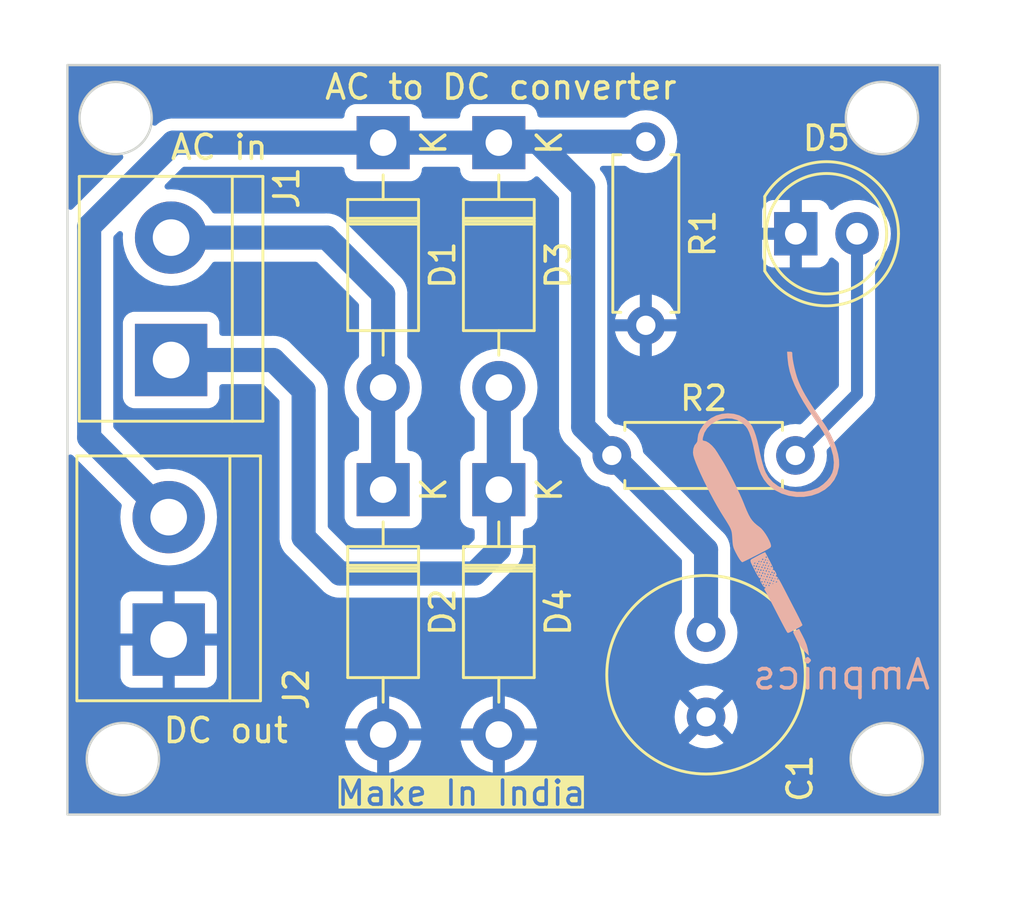
<source format=kicad_pcb>
(kicad_pcb (version 20221018) (generator pcbnew)
  (layers (0 "F.Cu" signal) (31 "B.Cu" signal) (34 "B.Paste" user) (35 "F.Paste" user) (36 "B.SilkS" user "B.Silkscreen") (37 "F.SilkS" user "F.Silkscreen") (38 "B.Mask" user) (39 "F.Mask" user) (44 "Edge.Cuts" user))
  (net 0 "")
  (net 1 "/+VE")
  (net 2 "GND")
  (net 3 "Net-(D1-A)")
  (net 4 "Net-(D3-A)")
  (net 5 "Net-(D5-A)")
  (footprint "TerminalBlock:TerminalBlock_bornier-2_P5.08mm" (layer "F.Cu") (at 132.4 87.64 90)
    (fp_text reference "J1" (at 7.14 4.8 90) (layer "F.SilkS"))
    (fp_text value "Screw_Terminal_01x02")
    (fp_line (start -2.54 -3.81) (end -2.54 3.81) (stroke (width 0.12)) (layer "F.SilkS"))
    (fp_line (start -2.54 3.81) (end 7.62 3.81) (stroke (width 0.12)) (layer "F.SilkS"))
    (fp_line (start 7.62 -3.81) (end -2.54 -3.81) (stroke (width 0.12)) (layer "F.SilkS"))
    (fp_line (start 7.62 2.54) (end -2.54 2.54) (stroke (width 0.12)) (layer "F.SilkS"))
    (fp_line (start 7.62 3.81) (end 7.62 -3.81) (stroke (width 0.12)) (layer "F.SilkS"))
    (pad "1" thru_hole rect (at 0 0 90) (size 3 3) (drill 1.52) (layers "*.Cu" "*.Mask") (net 4 "Net-(D3-A)"))
    (pad "2" thru_hole circle (at 5.08 0 90) (size 3 3) (drill 1.52) (layers "*.Cu" "*.Mask") (net 3 "Net-(D1-A)"))
  )
  (footprint "Resistor_THT:R_Axial_DIN0207_L6.3mm_D2.5mm_P7.62mm_Horizontal" (layer "F.Cu") (at 152.1 78.58 -90)
    (fp_text reference "R1" (at 3.81 -2.37 90) (layer "F.SilkS"))
    (fp_text value "10K")
    (fp_line (start 0.54 -1.37) (end 7.08 -1.37) (stroke (width 0.12)) (layer "F.SilkS"))
    (fp_line (start 0.54 -1.04) (end 0.54 -1.37) (stroke (width 0.12)) (layer "F.SilkS"))
    (fp_line (start 0.54 1.04) (end 0.54 1.37) (stroke (width 0.12)) (layer "F.SilkS"))
    (fp_line (start 0.54 1.37) (end 7.08 1.37) (stroke (width 0.12)) (layer "F.SilkS"))
    (fp_line (start 7.08 -1.37) (end 7.08 -1.04) (stroke (width 0.12)) (layer "F.SilkS"))
    (fp_line (start 7.08 1.37) (end 7.08 1.04) (stroke (width 0.12)) (layer "F.SilkS"))
    (pad "1" thru_hole circle (at 0 0 270) (size 1.6 1.6) (drill 0.8) (layers "*.Cu" "*.Mask") (net 1 "/+VE"))
    (pad "2" thru_hole oval (at 7.62 0 270) (size 1.6 1.6) (drill 0.8) (layers "*.Cu" "*.Mask") (net 2 "GND"))
  )
  (footprint "Resistor_THT:R_Axial_DIN0207_L6.3mm_D2.5mm_P7.62mm_Horizontal" (layer "F.Cu") (at 150.69 91.6)
    (fp_text reference "R2" (at 3.81 -2.37) (layer "F.SilkS"))
    (fp_text value "2.2K")
    (fp_line (start 0.54 -1.37) (end 7.08 -1.37) (stroke (width 0.12)) (layer "F.SilkS"))
    (fp_line (start 0.54 -1.04) (end 0.54 -1.37) (stroke (width 0.12)) (layer "F.SilkS"))
    (fp_line (start 0.54 1.04) (end 0.54 1.37) (stroke (width 0.12)) (layer "F.SilkS"))
    (fp_line (start 0.54 1.37) (end 7.08 1.37) (stroke (width 0.12)) (layer "F.SilkS"))
    (fp_line (start 7.08 -1.37) (end 7.08 -1.04) (stroke (width 0.12)) (layer "F.SilkS"))
    (fp_line (start 7.08 1.37) (end 7.08 1.04) (stroke (width 0.12)) (layer "F.SilkS"))
    (pad "1" thru_hole circle (at 0 0) (size 1.6 1.6) (drill 0.8) (layers "*.Cu" "*.Mask") (net 1 "/+VE"))
    (pad "2" thru_hole oval (at 7.62 0) (size 1.6 1.6) (drill 0.8) (layers "*.Cu" "*.Mask") (net 5 "Net-(D5-A)"))
  )
  (footprint "LED_THT:LED_D5.0mm" (layer "F.Cu") (at 158.325 82.4)
    (fp_text reference "D5" (at 1.27 -3.96) (layer "F.SilkS"))
    (fp_text value "LED")
    (fp_line (start -1.29 -1.545) (end -1.29 1.545) (stroke (width 0.12)) (layer "F.SilkS"))
    (fp_arc (start -1.29 -1.54483) (mid 2.072002 -2.880433) (end 4.26 0.000462) (stroke (width 0.12)) (layer "F.SilkS"))
    (fp_arc (start 4.26 -0.000462) (mid 2.072002 2.880433) (end -1.29 1.54483) (stroke (width 0.12)) (layer "F.SilkS"))
    (fp_circle (center 1.27 0) (end 3.77 0) (stroke (width 0.12)) (fill none) (layer "F.SilkS"))
    (pad "1" thru_hole rect (at 0 0) (size 1.8 1.8) (drill 0.9) (layers "*.Cu" "*.Mask") (net 2 "GND"))
    (pad "2" thru_hole circle (at 2.54 0) (size 1.8 1.8) (drill 0.9) (layers "*.Cu" "*.Mask") (net 5 "Net-(D5-A)"))
  )
  (footprint "Diode_THT:D_DO-41_SOD81_P10.16mm_Horizontal" (layer "F.Cu") (at 146 93.02 -90)
    (fp_text reference "D4" (at 5.08 -2.47 90) (layer "F.SilkS"))
    (fp_text value "1N4007")
    (fp_text user "K" (at 0 -2.1 90) (layer "F.SilkS"))
    (fp_line (start 1.34 0) (end 2.36 0) (stroke (width 0.12)) (layer "F.SilkS"))
    (fp_line (start 2.36 -1.47) (end 2.36 1.47) (stroke (width 0.12)) (layer "F.SilkS"))
    (fp_line (start 2.36 1.47) (end 7.8 1.47) (stroke (width 0.12)) (layer "F.SilkS"))
    (fp_line (start 3.14 -1.47) (end 3.14 1.47) (stroke (width 0.12)) (layer "F.SilkS"))
    (fp_line (start 3.26 -1.47) (end 3.26 1.47) (stroke (width 0.12)) (layer "F.SilkS"))
    (fp_line (start 3.38 -1.47) (end 3.38 1.47) (stroke (width 0.12)) (layer "F.SilkS"))
    (fp_line (start 7.8 -1.47) (end 2.36 -1.47) (stroke (width 0.12)) (layer "F.SilkS"))
    (fp_line (start 7.8 1.47) (end 7.8 -1.47) (stroke (width 0.12)) (layer "F.SilkS"))
    (fp_line (start 8.82 0) (end 7.8 0) (stroke (width 0.12)) (layer "F.SilkS"))
    (pad "1" thru_hole rect (at 0 0 270) (size 2.2 2.2) (drill 1.1) (layers "*.Cu" "*.Mask") (net 4 "Net-(D3-A)"))
    (pad "2" thru_hole oval (at 10.16 0 270) (size 2.2 2.2) (drill 1.1) (layers "*.Cu" "*.Mask") (net 2 "GND"))
  )
  (footprint "Diode_THT:D_DO-41_SOD81_P10.16mm_Horizontal" (layer "F.Cu") (at 146 78.62 -90)
    (fp_text reference "D3" (at 5.08 -2.47 90) (layer "F.SilkS"))
    (fp_text value "1N4007")
    (fp_text user "K" (at 0 -2.1 90) (layer "F.SilkS"))
    (fp_line (start 1.34 0) (end 2.36 0) (stroke (width 0.12)) (layer "F.SilkS"))
    (fp_line (start 2.36 -1.47) (end 2.36 1.47) (stroke (width 0.12)) (layer "F.SilkS"))
    (fp_line (start 2.36 1.47) (end 7.8 1.47) (stroke (width 0.12)) (layer "F.SilkS"))
    (fp_line (start 3.14 -1.47) (end 3.14 1.47) (stroke (width 0.12)) (layer "F.SilkS"))
    (fp_line (start 3.26 -1.47) (end 3.26 1.47) (stroke (width 0.12)) (layer "F.SilkS"))
    (fp_line (start 3.38 -1.47) (end 3.38 1.47) (stroke (width 0.12)) (layer "F.SilkS"))
    (fp_line (start 7.8 -1.47) (end 2.36 -1.47) (stroke (width 0.12)) (layer "F.SilkS"))
    (fp_line (start 7.8 1.47) (end 7.8 -1.47) (stroke (width 0.12)) (layer "F.SilkS"))
    (fp_line (start 8.82 0) (end 7.8 0) (stroke (width 0.12)) (layer "F.SilkS"))
    (pad "1" thru_hole rect (at 0 0 270) (size 2.2 2.2) (drill 1.1) (layers "*.Cu" "*.Mask") (net 1 "/+VE"))
    (pad "2" thru_hole oval (at 10.16 0 270) (size 2.2 2.2) (drill 1.1) (layers "*.Cu" "*.Mask") (net 4 "Net-(D3-A)"))
  )
  (footprint "Capacitor_THT:C_Radial_D8.0mm_H11.5mm_P3.50mm" (layer "F.Cu") (at 154.6 98.95 -90)
    (fp_text reference "C1" (at 6.05 -3.9 90) (layer "F.SilkS"))
    (fp_text value "1000uF")
    (fp_circle (center 1.75 0) (end 5.87 0) (stroke (width 0.12)) (fill none) (layer "F.SilkS"))
    (pad "1" thru_hole circle (at 0 0 270) (size 1.6 1.6) (drill 0.8) (layers "*.Cu" "*.Mask") (net 1 "/+VE"))
    (pad "2" thru_hole circle (at 3.5 0 270) (size 1.6 1.6) (drill 0.8) (layers "*.Cu" "*.Mask") (net 2 "GND"))
  )
  (footprint "TerminalBlock:TerminalBlock_bornier-2_P5.08mm" (layer "F.Cu") (at 132.3 99.24 90)
    (fp_text reference "J2" (at -2.06 5.3 90) (layer "F.SilkS"))
    (fp_text value "Screw_Terminal_01x02")
    (fp_line (start -2.54 -3.81) (end -2.54 3.81) (stroke (width 0.12)) (layer "F.SilkS"))
    (fp_line (start -2.54 3.81) (end 7.62 3.81) (stroke (width 0.12)) (layer "F.SilkS"))
    (fp_line (start 7.62 -3.81) (end -2.54 -3.81) (stroke (width 0.12)) (layer "F.SilkS"))
    (fp_line (start 7.62 2.54) (end -2.54 2.54) (stroke (width 0.12)) (layer "F.SilkS"))
    (fp_line (start 7.62 3.81) (end 7.62 -3.81) (stroke (width 0.12)) (layer "F.SilkS"))
    (pad "1" thru_hole rect (at 0 0 90) (size 3 3) (drill 1.52) (layers "*.Cu" "*.Mask") (net 2 "GND"))
    (pad "2" thru_hole circle (at 5.08 0 90) (size 3 3) (drill 1.52) (layers "*.Cu" "*.Mask") (net 1 "/+VE"))
  )
  (footprint "Diode_THT:D_DO-41_SOD81_P10.16mm_Horizontal" (layer "F.Cu") (at 141.2 93.02 -90)
    (fp_text reference "D2" (at 5.08 -2.47 90) (layer "F.SilkS"))
    (fp_text value "1N4007")
    (fp_text user "K" (at 0 -2.1 90) (layer "F.SilkS"))
    (fp_line (start 1.34 0) (end 2.36 0) (stroke (width 0.12)) (layer "F.SilkS"))
    (fp_line (start 2.36 -1.47) (end 2.36 1.47) (stroke (width 0.12)) (layer "F.SilkS"))
    (fp_line (start 2.36 1.47) (end 7.8 1.47) (stroke (width 0.12)) (layer "F.SilkS"))
    (fp_line (start 3.14 -1.47) (end 3.14 1.47) (stroke (width 0.12)) (layer "F.SilkS"))
    (fp_line (start 3.26 -1.47) (end 3.26 1.47) (stroke (width 0.12)) (layer "F.SilkS"))
    (fp_line (start 3.38 -1.47) (end 3.38 1.47) (stroke (width 0.12)) (layer "F.SilkS"))
    (fp_line (start 7.8 -1.47) (end 2.36 -1.47) (stroke (width 0.12)) (layer "F.SilkS"))
    (fp_line (start 7.8 1.47) (end 7.8 -1.47) (stroke (width 0.12)) (layer "F.SilkS"))
    (fp_line (start 8.82 0) (end 7.8 0) (stroke (width 0.12)) (layer "F.SilkS"))
    (pad "1" thru_hole rect (at 0 0 270) (size 2.2 2.2) (drill 1.1) (layers "*.Cu" "*.Mask") (net 3 "Net-(D1-A)"))
    (pad "2" thru_hole oval (at 10.16 0 270) (size 2.2 2.2) (drill 1.1) (layers "*.Cu" "*.Mask") (net 2 "GND"))
  )
  (footprint "Diode_THT:D_DO-41_SOD81_P10.16mm_Horizontal" (layer "F.Cu") (at 141.2 78.62 -90)
    (fp_text reference "D1" (at 5.08 -2.47 90) (layer "F.SilkS"))
    (fp_text value "1N4007")
    (fp_text user "K" (at 0 -2.1 90) (layer "F.SilkS"))
    (fp_line (start 1.34 0) (end 2.36 0) (stroke (width 0.12)) (layer "F.SilkS"))
    (fp_line (start 2.36 -1.47) (end 2.36 1.47) (stroke (width 0.12)) (layer "F.SilkS"))
    (fp_line (start 2.36 1.47) (end 7.8 1.47) (stroke (width 0.12)) (layer "F.SilkS"))
    (fp_line (start 3.14 -1.47) (end 3.14 1.47) (stroke (width 0.12)) (layer "F.SilkS"))
    (fp_line (start 3.26 -1.47) (end 3.26 1.47) (stroke (width 0.12)) (layer "F.SilkS"))
    (fp_line (start 3.38 -1.47) (end 3.38 1.47) (stroke (width 0.12)) (layer "F.SilkS"))
    (fp_line (start 7.8 -1.47) (end 2.36 -1.47) (stroke (width 0.12)) (layer "F.SilkS"))
    (fp_line (start 7.8 1.47) (end 7.8 -1.47) (stroke (width 0.12)) (layer "F.SilkS"))
    (fp_line (start 8.82 0) (end 7.8 0) (stroke (width 0.12)) (layer "F.SilkS"))
    (pad "1" thru_hole rect (at 0 0 270) (size 2.2 2.2) (drill 1.1) (layers "*.Cu" "*.Mask") (net 1 "/+VE"))
    (pad "2" thru_hole oval (at 10.16 0 270) (size 2.2 2.2) (drill 1.1) (layers "*.Cu" "*.Mask") (net 3 "Net-(D1-A)"))
  )
  (footprint "ampnicslogo.preety:ampnics_15x15mm" (layer "B.Cu") (at 157.1 93.6 180)
    (fp_text reference "G***" hide)
    (fp_text value "LOGO" hide)
    (fp_poly (pts (xy -1.335164 -5.205108) (xy -1.277189 -5.231063) (xy -1.207475 -5.266969) (xy -1.145942 -5.302428) (xy -1.112508 -5.327043) (xy -1.110875 -5.330306) (xy -1.123628 -5.361357) (xy -1.158363 -5.434943) (xy -1.209793 -5.540101) (xy -1.272632 -5.665867) (xy -1.273437 -5.667462) (xy -1.37322 -5.8526) (xy -1.466623 -5.996087) (xy -1.564435 -6.113811) (xy -1.603697 -6.15382) (xy -1.681965 -6.228218) (xy -1.740728 -6.279898) (xy -1.7699 -6.300124) (xy -1.771395 -6.299074) (xy -1.766115 -6.262545) (xy -1.75213 -6.182804) (xy -1.732219 -6.075576) (xy -1.727477 -6.050683) (xy -1.676285 -5.859428) (xy -1.590289 -5.6479) (xy -1.524817 -5.515122) (xy -1.461699 -5.393382) (xy -1.40964 -5.292858) (xy -1.374318 -5.224523) (xy -1.36148 -5.199501)) (fill solid) (layer "B.SilkS"))
    (fp_poly (pts (xy -0.879763 6.042258) (xy -0.911889 5.764561) (xy -0.971832 5.483744) (xy -1.061938 5.194682) (xy -1.184556 4.892252) (xy -1.342033 4.57133) (xy -1.536716 4.226792) (xy -1.770954 3.853512) (xy -2.047093 3.446368) (xy -2.109939 3.357054) (xy -2.354805 2.983969) (xy -2.546893 2.631681) (xy -2.685945 2.301053) (xy -2.771702 1.992948) (xy -2.803907 1.708228) (xy -2.782301 1.447755) (xy -2.733391 1.276005) (xy -2.648751 1.116834) (xy -2.521407 0.955825) (xy -2.36621 0.808256) (xy -2.198013 0.689407) (xy -2.126154 0.651297) (xy -1.848268 0.548383) (xy -1.562415 0.49496) (xy -1.276054 0.488807) (xy -0.996644 0.527701) (xy -0.731645 0.609421) (xy -0.488516 0.731746) (xy -0.274716 0.892455) (xy -0.097704 1.089325) (xy 0.021851 1.291017) (xy 0.082519 1.442763) (xy 0.146436 1.643609) (xy 0.210687 1.882925) (xy 0.272357 2.150081) (xy 0.314124 2.356856) (xy 0.367368 2.596314) (xy 0.432976 2.827048) (xy 0.505798 3.033204) (xy 0.580685 3.198928) (xy 0.597486 3.229358) (xy 0.736542 3.412773) (xy 0.914637 3.558235) (xy 1.122955 3.664063) (xy 1.352681 3.728579) (xy 1.594999 3.750101) (xy 1.841094 3.726949) (xy 2.082151 3.657442) (xy 2.290399 3.552054) (xy 2.473795 3.412341) (xy 2.629017 3.245783) (xy 2.748726 3.063523) (xy 2.82558 2.876705) (xy 2.852246 2.699145) (xy 2.864015 2.586787) (xy 2.897699 2.521667) (xy 2.89892 2.520626) (xy 2.978834 2.418895) (xy 3.028545 2.280878) (xy 3.043398 2.124625) (xy 3.030073 2.011775) (xy 2.990955 1.87488) (xy 2.924959 1.694528) (xy 2.836018 1.478802) (xy 2.728062 1.235785) (xy 2.605024 0.973561) (xy 2.470836 0.700214) (xy 2.32943 0.423827) (xy 2.184736 0.152483) (xy 2.040687 -0.105734) (xy 1.901215 -0.34274) (xy 1.825194 -0.465366) (xy 1.703804 -0.657127) (xy 1.610376 -0.80746) (xy 1.540976 -0.925815) (xy 1.49167 -1.021638) (xy 1.458523 -1.104376) (xy 1.437599 -1.183479) (xy 1.424966 -1.268392) (xy 1.416686 -1.368565) (xy 1.410925 -1.460069) (xy 1.400209 -1.611457) (xy 1.386886 -1.722324) (xy 1.366002 -1.81215) (xy 1.332599 -1.900414) (xy 1.281721 -2.006597) (xy 1.261967 -2.04553) (xy 1.178502 -2.1995) (xy 1.103308 -2.319693) (xy 1.041198 -2.399203) (xy 0.996986 -2.43112) (xy 0.993052 -2.431422) (xy 0.961683 -2.418311) (xy 0.886485 -2.382466) (xy 0.777045 -2.328582) (xy 0.64295 -2.261356) (xy 0.561201 -2.219905) (xy 0.342411 -2.108152) (xy 0.171275 -2.019656) (xy 0.04167 -1.950953) (xy -0.052525 -1.898582) (xy -0.117432 -1.859078) (xy -0.159173 -1.828981) (xy -0.183869 -1.804827) (xy -0.191624 -1.794077) (xy -0.197828 -1.734458) (xy -0.172445 -1.639661) (xy -0.12188 -1.521012) (xy -0.052535 -1.389835) (xy 0.029186 -1.257456) (xy 0.116879 -1.1352) (xy 0.204141 -1.034391) (xy 0.271298 -0.975377) (xy 0.393104 -0.883665) (xy 0.493738 -0.795568) (xy 0.579339 -0.701789) (xy 0.656048 -0.593028) (xy 0.730007 -0.459988) (xy 0.807356 -0.29337) (xy 0.894236 -0.083876) (xy 0.945197 0.045036) (xy 1.012705 0.206727) (xy 1.102001 0.404664) (xy 1.207071 0.62687) (xy 1.321903 0.861369) (xy 1.440483 1.096184) (xy 1.556797 1.319338) (xy 1.664832 1.518854) (xy 1.758574 1.682756) (xy 1.806934 1.761322) (xy 1.883752 1.882788) (xy 1.960645 2.007449) (xy 2.021512 2.109185) (xy 2.023673 2.112902) (xy 2.131339 2.272749) (xy 2.253148 2.411046) (xy 2.379325 2.519324) (xy 2.500098 2.589115) (xy 2.599686 2.612057) (xy 2.630309 2.621708) (xy 2.638731 2.660665) (xy 2.630047 2.735303) (xy 2.568369 2.93739) (xy 2.454836 3.122581) (xy 2.296934 3.283152) (xy 2.102151 3.41138) (xy 1.893546 3.495105) (xy 1.653806 3.537816) (xy 1.421555 3.527043) (xy 1.204925 3.465641) (xy 1.012048 3.356468) (xy 0.851056 3.202381) (xy 0.782149 3.10465) (xy 0.709805 2.956488) (xy 0.637965 2.751125) (xy 0.567476 2.491409) (xy 0.499183 2.180184) (xy 0.483668 2.100525) (xy 0.407838 1.754158) (xy 0.321254 1.460523) (xy 0.220889 1.212806) (xy 0.103719 1.004191) (xy -0.03328 0.827863) (xy -0.119872 0.740605) (xy -0.361459 0.556645) (xy -0.635681 0.417105) (xy -0.933297 0.323368) (xy -1.245065 0.276818) (xy -1.561743 0.27884) (xy -1.87409 0.330818) (xy -2.171108 0.433352) (xy -2.432598 0.579882) (xy -2.650462 0.76451) (xy -2.821747 0.983166) (xy -2.943499 1.231784) (xy -3.012767 1.506296) (xy -3.024126 1.608553) (xy -3.01867 1.819267) (xy -2.975889 2.063144) (xy -2.89961 2.329614) (xy -2.793656 2.608108) (xy -2.661853 2.888056) (xy -2.508025 3.158889) (xy -2.408238 3.31048) (xy -2.19421 3.619592) (xy -2.012341 3.886939) (xy -1.858829 4.118847) (xy -1.729871 4.321638) (xy -1.621664 4.501635) (xy -1.530405 4.665164) (xy -1.452294 4.818548) (xy -1.383526 4.96811) (xy -1.320754 5.119031) (xy -1.270388 5.263082) (xy -1.219417 5.438611) (xy -1.171516 5.629387) (xy -1.130362 5.819179) (xy -1.09963 5.991754) (xy -1.082995 6.13088) (xy -1.081089 6.177364) (xy -1.078362 6.257351) (xy -1.060936 6.294107) (xy -1.014346 6.304446) (xy -0.971325 6.304965) (xy -0.861798 6.304965)) (fill solid) (layer "B.SilkS"))
    (fp_poly (pts (xy 0.077311 -2.024187) (xy 0.154418 -2.058786) (xy 0.271236 -2.117809) (xy 0.421726 -2.198271) (xy 0.500843 -2.241798) (xy 0.570999 -2.279149) (xy 0.621069 -2.308435) (xy 0.650313 -2.338511) (xy 0.65799 -2.378234) (xy 0.643359 -2.436458) (xy 0.605682 -2.522041) (xy 0.544218 -2.643838) (xy 0.458226 -2.810705) (xy 0.452333 -2.822222) (xy 0.389084 -2.940987) (xy 0.335247 -3.032852) (xy 0.296431 -3.088876) (xy 0.27825 -3.100121) (xy 0.278109 -3.099753) (xy 0.248682 -3.076532) (xy 0.234419 -3.080989) (xy 0.225597 -3.108618) (xy 0.244144 -3.124903) (xy 0.261143 -3.1499) (xy 0.252385 -3.197175) (xy 0.214798 -3.278654) (xy 0.194808 -3.31645) (xy 0.139228 -3.407128) (xy 0.092459 -3.460049) (xy 0.067553 -3.468819) (xy 0.03364 -3.471201) (xy 0.030023 -3.481182) (xy 0.053725 -3.513859) (xy 0.067553 -3.520393) (xy 0.089427 -3.542677) (xy 0.07121 -3.575436) (xy 0.048091 -3.613626) (xy 0.002146 -3.697039) (xy -0.062211 -3.817385) (xy -0.140567 -3.966374) (xy -0.228508 -4.135715) (xy -0.271046 -4.218321) (xy -0.416228 -4.500655) (xy -0.53663 -4.733876) (xy -0.634643 -4.922422) (xy -0.712656 -5.070728) (xy -0.773059 -5.183233) (xy -0.818242 -5.264371) (xy -0.850595 -5.318582) (xy -0.872507 -5.3503) (xy -0.886368 -5.363963) (xy -0.888699 -5.365028) (xy -0.931296 -5.358067) (xy -0.998831 -5.329294) (xy -1.005792 -5.325637) (xy -1.077918 -5.287778) (xy -1.181617 -5.234226) (xy -1.294858 -5.176356) (xy -1.298523 -5.174494) (xy -1.395589 -5.121316) (xy -1.467299 -5.074647) (xy -1.500361 -5.043307) (xy -1.501182 -5.040052) (xy -1.487931 -5.004702) (xy -1.451028 -4.924948) (xy -1.394748 -4.809546) (xy -1.323367 -4.667247) (xy -1.24116 -4.506809) (xy -1.234186 -4.493342) (xy -1.126739 -4.285776) (xy -1.006011 -4.05218) (xy -0.883559 -3.814937) (xy -0.770939 -3.596429) (xy -0.717936 -3.493434) (xy -0.664812 -3.392671) (xy -0.135107 -3.392671) (xy -0.132726 -3.420337) (xy -0.121867 -3.422695) (xy -0.091293 -3.4009) (xy -0.090071 -3.392671) (xy -0.094145 -3.381041) (xy -0.019703 -3.381041) (xy -0.015012 -3.392671) (xy 0.011967 -3.421313) (xy 0.016783 -3.422695) (xy 0.029679 -3.399466) (xy 0.030023 -3.392671) (xy 0.006943 -3.363801) (xy -0.001772 -3.362647) (xy 0.090071 -3.362647) (xy 0.100314 -3.39189) (xy 0.103311 -3.392671) (xy 0.128944 -3.371632) (xy 0.135106 -3.362647) (xy 0.132726 -3.334981) (xy 0.121866 -3.332624) (xy 0.091292 -3.354418) (xy 0.090071 -3.362647) (xy -0.001772 -3.362647) (xy -0.019703 -3.381041) (xy -0.094145 -3.381041) (xy -0.100315 -3.363428) (xy -0.103311 -3.362647) (xy -0.128944 -3.383686) (xy -0.135107 -3.392671) (xy -0.664812 -3.392671) (xy -0.622601 -3.312608) (xy -0.290229 -3.312608) (xy -0.286108 -3.330457) (xy -0.270213 -3.332624) (xy -0.2455 -3.321639) (xy -0.250197 -3.312608) (xy -0.285828 -3.309015) (xy -0.290229 -3.312608) (xy -0.622601 -3.312608) (xy -0.617324 -3.3026) (xy -0.180142 -3.3026) (xy -0.157295 -3.331751) (xy -0.150119 -3.332624) (xy -0.120967 -3.309777) (xy -0.120095 -3.3026) (xy -0.142942 -3.273449) (xy -0.150119 -3.272576) (xy -0.075059 -3.272576) (xy -0.072679 -3.300243) (xy -0.06182 -3.3026) (xy -0.031246 -3.280806) (xy -0.030024 -3.272576) (xy -0.040268 -3.243333) (xy -0.043264 -3.242553) (xy 0.045035 -3.242553) (xy 0.047416 -3.270219) (xy 0.058275 -3.272576) (xy 0.088849 -3.250782) (xy 0.090071 -3.242553) (xy 0.150118 -3.242553) (xy 0.172965 -3.271704) (xy 0.180142 -3.272576) (xy 0.209293 -3.249729) (xy 0.210165 -3.242553) (xy 0.187318 -3.213402) (xy 0.180142 -3.212529) (xy 0.15099 -3.235376) (xy 0.150118 -3.242553) (xy 0.090071 -3.242553) (xy 0.079827 -3.21331) (xy 0.076831 -3.212529) (xy 0.051197 -3.233568) (xy 0.045035 -3.242553) (xy -0.043264 -3.242553) (xy -0.068897 -3.263592) (xy -0.075059 -3.272576) (xy -0.150119 -3.272576) (xy -0.17927 -3.295424) (xy -0.180142 -3.3026) (xy -0.617324 -3.3026) (xy -0.612384 -3.29323) (xy -0.582596 -3.240781) (xy -0.450355 -3.240781) (xy -0.42856 -3.271355) (xy -0.420331 -3.272576) (xy -0.391088 -3.262333) (xy -0.390308 -3.259337) (xy -0.411346 -3.233703) (xy -0.420331 -3.227541) (xy -0.447998 -3.229921) (xy -0.450355 -3.240781) (xy -0.582596 -3.240781) (xy -0.565544 -3.210757) (xy -0.33026 -3.210757) (xy -0.308466 -3.241331) (xy -0.300237 -3.242553) (xy -0.270994 -3.232309) (xy -0.270213 -3.229313) (xy -0.291252 -3.20368) (xy -0.300237 -3.197517) (xy -0.327903 -3.199898) (xy -0.33026 -3.210757) (xy -0.565544 -3.210757) (xy -0.549499 -3.182506) (xy -0.240189 -3.182506) (xy -0.217342 -3.211657) (xy -0.210166 -3.212529) (xy -0.181015 -3.189682) (xy -0.180142 -3.182506) (xy -0.195829 -3.16249) (xy -0.110087 -3.16249) (xy -0.105966 -3.180339) (xy -0.090071 -3.182506) (xy -0.065358 -3.17152) (xy -0.070055 -3.16249) (xy -0.105687 -3.158897) (xy -0.110087 -3.16249) (xy -0.195829 -3.16249) (xy -0.202989 -3.153354) (xy -0.210166 -3.152482) (xy 0 -3.152482) (xy 0.010243 -3.181725) (xy 0.01324 -3.182506) (xy 0.038873 -3.161467) (xy 0.045035 -3.152482) (xy 0.042655 -3.124816) (xy 0.031795 -3.122458) (xy 0.120094 -3.122458) (xy 0.131079 -3.147171) (xy 0.14011 -3.142474) (xy 0.143703 -3.106843) (xy 0.14011 -3.102443) (xy 0.122261 -3.106564) (xy 0.120094 -3.122458) (xy 0.031795 -3.122458) (xy 0.001222 -3.144253) (xy 0 -3.152482) (xy -0.210166 -3.152482) (xy -0.239317 -3.175329) (xy -0.240189 -3.182506) (xy -0.549499 -3.182506) (xy -0.530002 -3.148175) (xy -0.513063 -3.122458) (xy -0.49539 -3.122458) (xy -0.49301 -3.150125) (xy -0.48215 -3.152482) (xy -0.451577 -3.130687) (xy -0.450355 -3.122458) (xy -0.457366 -3.102443) (xy -0.3803 -3.102443) (xy -0.376178 -3.120292) (xy -0.360284 -3.122458) (xy -0.335571 -3.111473) (xy -0.340268 -3.102443) (xy -0.375899 -3.098849) (xy -0.3803 -3.102443) (xy -0.457366 -3.102443) (xy -0.460599 -3.093215) (xy -0.463595 -3.092435) (xy -0.270213 -3.092435) (xy -0.259969 -3.121678) (xy -0.256973 -3.122458) (xy -0.23134 -3.10142) (xy -0.225178 -3.092435) (xy -0.227558 -3.064768) (xy -0.238418 -3.062411) (xy -0.16513 -3.062411) (xy -0.16275 -3.090077) (xy -0.15189 -3.092435) (xy -0.121317 -3.07064) (xy -0.120095 -3.062411) (xy -0.130339 -3.033168) (xy -0.133335 -3.032387) (xy -0.060048 -3.032387) (xy -0.0372 -3.061539) (xy -0.030024 -3.062411) (xy -0.000873 -3.039564) (xy 0 -3.032387) (xy -0.015687 -3.012372) (xy 0.070055 -3.012372) (xy 0.074176 -3.030221) (xy 0.090071 -3.032387) (xy 0.114783 -3.021402) (xy 0.110086 -3.012372) (xy 0.074455 -3.008778) (xy 0.070055 -3.012372) (xy -0.015687 -3.012372) (xy -0.022848 -3.003236) (xy -0.030024 -3.002364) (xy -0.059175 -3.025211) (xy -0.060048 -3.032387) (xy -0.133335 -3.032387) (xy -0.158968 -3.053426) (xy -0.16513 -3.062411) (xy -0.238418 -3.062411) (xy -0.268991 -3.084206) (xy -0.270213 -3.092435) (xy -0.463595 -3.092435) (xy -0.489228 -3.113473) (xy -0.49539 -3.122458) (xy -0.513063 -3.122458) (xy -0.470825 -3.05833) (xy -0.434892 -3.023756) (xy -0.429495 -3.023774) (xy -0.394647 -3.019067) (xy -0.390308 -3.005576) (xy -0.411727 -2.973886) (xy -0.420942 -2.97234) (xy -0.315249 -2.97234) (xy -0.312868 -3.000006) (xy -0.302009 -3.002364) (xy -0.278464 -2.98558) (xy 0.180142 -2.98558) (xy 0.190036 -3.028959) (xy 0.216033 -3.015955) (xy 0.223895 -3.004438) (xy 0.22013 -2.965878) (xy 0.214192 -2.96071) (xy 0.280533 -2.96071) (xy 0.285224 -2.97234) (xy 0.312204 -3.000982) (xy 0.31702 -3.002364) (xy 0.329915 -2.979135) (xy 0.33026 -2.97234) (xy 0.307179 -2.94347) (xy 0.298464 -2.942316) (xy 0.280533 -2.96071) (xy 0.214192 -2.96071) (xy 0.210655 -2.957631) (xy 0.184545 -2.964154) (xy 0.180142 -2.98558) (xy -0.278464 -2.98558) (xy -0.271435 -2.980569) (xy -0.270213 -2.97234) (xy -0.280457 -2.943097) (xy -0.283453 -2.942316) (xy -0.210166 -2.942316) (xy -0.187319 -2.971468) (xy -0.180142 -2.97234) (xy -0.150991 -2.949493) (xy -0.150119 -2.942316) (xy -0.090071 -2.942316) (xy -0.079828 -2.97156) (xy -0.076831 -2.97234) (xy -0.051198 -2.951301) (xy -0.045036 -2.942316) (xy -0.047416 -2.91465) (xy -0.058276 -2.912293) (xy 0.030023 -2.912293) (xy 0.040267 -2.941536) (xy 0.043263 -2.942316) (xy 0.068896 -2.921278) (xy 0.075059 -2.912293) (xy 0.072678 -2.884627) (xy 0.061819 -2.882269) (xy 0.120094 -2.882269) (xy 0.142941 -2.91142) (xy 0.150118 -2.912293) (xy 0.179269 -2.889446) (xy 0.180142 -2.882269) (xy 0.157294 -2.853118) (xy 0.150118 -2.852246) (xy 0.255201 -2.852246) (xy 0.257581 -2.879912) (xy 0.268441 -2.882269) (xy 0.299014 -2.860475) (xy 0.300236 -2.852246) (xy 0.294357 -2.835462) (xy 0.360283 -2.835462) (xy 0.370178 -2.878841) (xy 0.396175 -2.865837) (xy 0.404037 -2.85432) (xy 0.400272 -2.81576) (xy 0.390797 -2.807513) (xy 0.364687 -2.814036) (xy 0.360283 -2.835462) (xy 0.294357 -2.835462) (xy 0.289992 -2.823002) (xy 0.286996 -2.822222) (xy 0.261363 -2.843261) (xy 0.255201 -2.852246) (xy 0.150118 -2.852246) (xy 0.120967 -2.875093) (xy 0.120094 -2.882269) (xy 0.061819 -2.882269) (xy 0.031245 -2.904064) (xy 0.030023 -2.912293) (xy -0.058276 -2.912293) (xy -0.088849 -2.934087) (xy -0.090071 -2.942316) (xy -0.150119 -2.942316) (xy -0.172966 -2.913165) (xy -0.180142 -2.912293) (xy -0.209293 -2.93514) (xy -0.210166 -2.942316) (xy -0.283453 -2.942316) (xy -0.309086 -2.963355) (xy -0.315249 -2.97234) (xy -0.420942 -2.97234) (xy -0.427186 -2.948954) (xy -0.407943 -2.889711) (xy -0.404448 -2.882269) (xy -0.360284 -2.882269) (xy -0.337437 -2.91142) (xy -0.33026 -2.912293) (xy -0.301109 -2.889446) (xy -0.300237 -2.882269) (xy -0.323084 -2.853118) (xy -0.33026 -2.852246) (xy -0.270213 -2.852246) (xy -0.247366 -2.881397) (xy -0.240189 -2.882269) (xy -0.211038 -2.859422) (xy -0.210166 -2.852246) (xy -0.233013 -2.823094) (xy -0.240189 -2.822222) (xy -0.135107 -2.822222) (xy -0.132726 -2.849888) (xy -0.121867 -2.852246) (xy -0.091293 -2.830451) (xy -0.090071 -2.822222) (xy -0.100315 -2.792979) (xy -0.103311 -2.792198) (xy -0.030024 -2.792198) (xy -0.007177 -2.821349) (xy 0 -2.822222) (xy 0.029151 -2.799375) (xy 0.030023 -2.792198) (xy 0.007176 -2.763047) (xy 0 -2.762175) (xy -0.029152 -2.785022) (xy -0.030024 -2.792198) (xy -0.103311 -2.792198) (xy -0.128944 -2.813237) (xy -0.135107 -2.822222) (xy -0.240189 -2.822222) (xy -0.269341 -2.845069) (xy -0.270213 -2.852246) (xy -0.33026 -2.852246) (xy -0.359412 -2.875093) (xy -0.360284 -2.882269) (xy -0.404448 -2.882269) (xy -0.39081 -2.853229) (xy -0.343049 -2.775953) (xy -0.319079 -2.760403) (xy 0.090071 -2.760403) (xy 0.111865 -2.790976) (xy 0.120094 -2.792198) (xy 0.149337 -2.781955) (xy 0.150118 -2.778958) (xy 0.129079 -2.753325) (xy 0.120094 -2.747163) (xy 0.092428 -2.749543) (xy 0.090071 -2.760403) (xy -0.319079 -2.760403) (xy -0.300634 -2.748437) (xy -0.277611 -2.750979) (xy -0.243765 -2.759066) (xy -0.257576 -2.746273) (xy 0.192749 -2.746273) (xy 0.195153 -2.762175) (xy 0.220834 -2.790785) (xy 0.225177 -2.792198) (xy 0.249047 -2.771258) (xy 0.255201 -2.762175) (xy 0.248071 -2.736739) (xy 0.225177 -2.732151) (xy 0.300236 -2.732151) (xy 0.323083 -2.761302) (xy 0.33026 -2.762175) (xy 0.359411 -2.739327) (xy 0.360283 -2.732151) (xy 0.337436 -2.703) (xy 0.33026 -2.702127) (xy 0.420331 -2.702127) (xy 0.443178 -2.731279) (xy 0.450354 -2.732151) (xy 0.479505 -2.709304) (xy 0.480378 -2.702127) (xy 0.457531 -2.672976) (xy 0.450354 -2.672104) (xy 0.421203 -2.694951) (xy 0.420331 -2.702127) (xy 0.33026 -2.702127) (xy 0.301109 -2.724975) (xy 0.300236 -2.732151) (xy 0.225177 -2.732151) (xy 0.192749 -2.746273) (xy -0.257576 -2.746273) (xy -0.263405 -2.740873) (xy -0.269606 -2.736453) (xy -0.284455 -2.71593) (xy -0.284297 -2.712135) (xy -0.170134 -2.712135) (xy -0.166013 -2.729984) (xy -0.150119 -2.732151) (xy -0.125406 -2.721166) (xy -0.130103 -2.712135) (xy -0.165734 -2.708542) (xy -0.170134 -2.712135) (xy -0.284297 -2.712135) (xy -0.283398 -2.690497) (xy -0.079751 -2.690497) (xy -0.075059 -2.702127) (xy -0.04808 -2.730769) (xy -0.043264 -2.732151) (xy -0.030368 -2.708922) (xy -0.030024 -2.702127) (xy -0.053105 -2.673257) (xy -0.06182 -2.672104) (xy 0.030023 -2.672104) (xy 0.052871 -2.701255) (xy 0.060047 -2.702127) (xy 0.089198 -2.67928) (xy 0.090071 -2.672104) (xy 0.067223 -2.642953) (xy 0.060047 -2.64208) (xy 0.150118 -2.64208) (xy 0.172965 -2.671231) (xy 0.180142 -2.672104) (xy 0.209293 -2.649256) (xy 0.210165 -2.64208) (xy 0.187318 -2.612929) (xy 0.180142 -2.612056) (xy 0.15099 -2.634904) (xy 0.150118 -2.64208) (xy 0.060047 -2.64208) (xy 0.030896 -2.664927) (xy 0.030023 -2.672104) (xy -0.06182 -2.672104) (xy -0.079751 -2.690497) (xy -0.283398 -2.690497) (xy -0.282942 -2.67952) (xy -0.261928 -2.618368) (xy -0.25902 -2.612056) (xy -0.240189 -2.612056) (xy -0.217342 -2.641208) (xy -0.210166 -2.64208) (xy -0.181015 -2.619233) (xy -0.180142 -2.612056) (xy -0.202989 -2.582905) (xy -0.210166 -2.582033) (xy -0.239317 -2.60488) (xy -0.240189 -2.612056) (xy -0.25902 -2.612056) (xy -0.24437 -2.580261) (xy -0.120095 -2.580261) (xy -0.0983 -2.610835) (xy -0.090071 -2.612056) (xy -0.085012 -2.610284) (xy 0.270212 -2.610284) (xy 0.292007 -2.640858) (xy 0.300236 -2.64208) (xy 0.329479 -2.631836) (xy 0.33026 -2.62884) (xy 0.310738 -2.605055) (xy 0.372868 -2.605055) (xy 0.37688 -2.614621) (xy 0.413329 -2.629496) (xy 0.422895 -2.625483) (xy 0.43777 -2.589034) (xy 0.434834 -2.582033) (xy 0.480378 -2.582033) (xy 0.503225 -2.611184) (xy 0.510402 -2.612056) (xy 0.539553 -2.589209) (xy 0.540425 -2.582033) (xy 0.517578 -2.552882) (xy 0.510402 -2.552009) (xy 0.48125 -2.574856) (xy 0.480378 -2.582033) (xy 0.434834 -2.582033) (xy 0.433758 -2.579468) (xy 0.397308 -2.564593) (xy 0.387743 -2.568606) (xy 0.372868 -2.605055) (xy 0.310738 -2.605055) (xy 0.309221 -2.603207) (xy 0.300236 -2.597045) (xy 0.27257 -2.599425) (xy 0.270212 -2.610284) (xy -0.085012 -2.610284) (xy -0.060828 -2.601813) (xy -0.060048 -2.598816) (xy -0.081086 -2.573183) (xy -0.090071 -2.567021) (xy -0.117738 -2.569401) (xy -0.120095 -2.580261) (xy -0.24437 -2.580261) (xy -0.230536 -2.550237) (xy 0 -2.550237) (xy 0.021794 -2.580811) (xy 0.030023 -2.582033) (xy 0.059266 -2.571789) (xy 0.060047 -2.568793) (xy 0.039008 -2.54316) (xy 0.034954 -2.540379) (xy 0.100391 -2.540379) (xy 0.105082 -2.552009) (xy 0.132062 -2.580651) (xy 0.136878 -2.582033) (xy 0.149774 -2.558804) (xy 0.150118 -2.552009) (xy 0.127037 -2.523139) (xy 0.118322 -2.521985) (xy 0.240189 -2.521985) (xy 0.251174 -2.546698) (xy 0.260205 -2.542001) (xy 0.263798 -2.50637) (xy 0.260205 -2.50197) (xy 0.242356 -2.506091) (xy 0.240189 -2.521985) (xy 0.118322 -2.521985) (xy 0.100391 -2.540379) (xy 0.034954 -2.540379) (xy 0.030023 -2.536997) (xy 0.002357 -2.539378) (xy 0 -2.550237) (xy -0.230536 -2.550237) (xy -0.218274 -2.523623) (xy -0.20225 -2.491962) (xy -0.150119 -2.491962) (xy -0.139133 -2.516675) (xy -0.130103 -2.511978) (xy -0.12651 -2.476347) (xy -0.130103 -2.471946) (xy -0.147952 -2.476067) (xy -0.150119 -2.491962) (xy -0.20225 -2.491962) (xy -0.187054 -2.461938) (xy -0.060048 -2.461938) (xy -0.0372 -2.491089) (xy -0.030024 -2.491962) (xy 0.33026 -2.491962) (xy 0.353107 -2.521113) (xy 0.360283 -2.521985) (xy 0.389435 -2.499138) (xy 0.390307 -2.491962) (xy 0.36746 -2.462811) (xy 0.360283 -2.461938) (xy 0.331132 -2.484785) (xy 0.33026 -2.491962) (xy -0.030024 -2.491962) (xy -0.000873 -2.469115) (xy 0 -2.461938) (xy -0.022848 -2.432787) (xy -0.030024 -2.431915) (xy 0.060047 -2.431915) (xy 0.082894 -2.461066) (xy 0.090071 -2.461938) (xy 0.092332 -2.460166) (xy 0.450354 -2.460166) (xy 0.472149 -2.49074) (xy 0.480378 -2.491962) (xy 0.509621 -2.481718) (xy 0.510402 -2.478722) (xy 0.489363 -2.453089) (xy 0.480378 -2.446926) (xy 0.452712 -2.449307) (xy 0.450354 -2.460166) (xy 0.092332 -2.460166) (xy 0.119222 -2.439091) (xy 0.120094 -2.431915) (xy 0.097247 -2.402763) (xy 0.090071 -2.401891) (xy 0.060919 -2.424738) (xy 0.060047 -2.431915) (xy -0.030024 -2.431915) (xy -0.059175 -2.454762) (xy -0.060048 -2.461938) (xy -0.187054 -2.461938) (xy -0.155767 -2.400119) (xy 0.180142 -2.400119) (xy 0.201936 -2.430693) (xy 0.210165 -2.431915) (xy 0.239408 -2.421671) (xy 0.240189 -2.418675) (xy 0.21915 -2.393041) (xy 0.215096 -2.390261) (xy 0.280533 -2.390261) (xy 0.285224 -2.401891) (xy 0.312204 -2.430533) (xy 0.31702 -2.431915) (xy 0.329915 -2.408686) (xy 0.33026 -2.401891) (xy 0.307179 -2.373021) (xy 0.298464 -2.371867) (xy 0.280533 -2.390261) (xy 0.215096 -2.390261) (xy 0.210165 -2.386879) (xy 0.182499 -2.38926) (xy 0.180142 -2.400119) (xy -0.155767 -2.400119) (xy -0.148839 -2.386431) (xy -0.138178 -2.365832) (xy -0.130904 -2.351852) (xy -0.080063 -2.351852) (xy -0.075942 -2.369701) (xy -0.060048 -2.371867) (xy -0.035335 -2.360882) (xy -0.040032 -2.351852) (xy -0.075663 -2.348258) (xy -0.080063 -2.351852) (xy -0.130904 -2.351852) (xy -0.119646 -2.330214) (xy 0.01032 -2.330214) (xy 0.015011 -2.341844) (xy 0.041991 -2.370486) (xy 0.046807 -2.371867) (xy 0.059703 -2.348638) (xy 0.060047 -2.341844) (xy 0.036966 -2.312974) (xy 0.028251 -2.31182) (xy 0.120094 -2.31182) (xy 0.142941 -2.340971) (xy 0.150118 -2.341844) (xy 0.179269 -2.318996) (xy 0.180142 -2.31182) (xy 0.157294 -2.282669) (xy 0.150118 -2.281796) (xy 0.120967 -2.304644) (xy 0.120094 -2.31182) (xy 0.028251 -2.31182) (xy 0.01032 -2.330214) (xy -0.119646 -2.330214) (xy -0.071275 -2.237246) (xy -0.063145 -2.221749) (xy -0.030024 -2.221749) (xy -0.007177 -2.2509) (xy 0 -2.251773) (xy 0.029151 -2.228925) (xy 0.030023 -2.221749) (xy 0.007176 -2.192598) (xy 0 -2.191725) (xy -0.029152 -2.214573) (xy -0.030024 -2.221749) (xy -0.063145 -2.221749) (xy -0.014737 -2.12947) (xy 0.025948 -2.052903) (xy 0.045292 -2.017942) (xy 0.045954 -2.016995)) (fill solid) (layer "B.SilkS"))
  )
  (gr_circle (center 161.9 77.6) (end 163.4 77.6) (stroke (width 0.1)) (fill none) (layer "Edge.Cuts"))
  (gr_rect (start 128.1 75.4) (end 164.3 106.5) (stroke (width 0.1)) (fill none) (layer "Edge.Cuts"))
  (gr_circle (center 130.1 77.6) (end 131.6 77.6) (stroke (width 0.1)) (fill none) (layer "Edge.Cuts"))
  (gr_circle (center 130.4 104.2) (end 131.9 104.2) (stroke (width 0.1)) (fill none) (layer "Edge.Cuts"))
  (gr_circle (center 162.1 104.2) (end 163.6 104.2) (stroke (width 0.1)) (fill none) (layer "Edge.Cuts"))
  (gr_text "Ampnics" (at 164 101.4) (layer "B.SilkS") (effects (font (size 1.2 1.2)) (justify left bottom mirror)))
  (gr_text "AC to DC converter" (at 138.7 76.9) (layer "F.SilkS") (effects (font (size 1 1)) (justify left bottom)))
  (gr_text "AC in" (at 132.3 79.4) (layer "F.SilkS") (effects (font (size 1 1)) (justify left bottom)))
  (gr_text "DC out" (at 132 103.6) (layer "F.SilkS") (effects (font (size 1 1)) (justify left bottom)))
  (gr_text "Make In India" (at 139.2 106.2) (layer "F.SilkS" knockout) (effects (font (size 1 1)) (justify left bottom)))
  (segment (start 154.6 95.51) (end 150.69 91.6) (width 1) (layer "B.Cu") (net 1))
  (segment (start 129 90.86) (end 129 82.1) (width 1) (layer "B.Cu") (net 1))
  (segment (start 147.6 78.58) (end 146.04 78.58) (width 1) (layer "B.Cu") (net 1))
  (segment (start 152.1 78.58) (end 147.6 78.58) (width 1) (layer "B.Cu") (net 1))
  (segment (start 129 82.1) (end 132.48 78.62) (width 1) (layer "B.Cu") (net 1))
  (segment (start 149.5 80.48) (end 147.6 78.58) (width 1) (layer "B.Cu") (net 1))
  (segment (start 132.48 78.62) (end 141.2 78.62) (width 1) (layer "B.Cu") (net 1))
  (segment (start 154.6 98.95) (end 154.6 95.51) (width 1) (layer "B.Cu") (net 1))
  (segment (start 146 78.62) (end 141.2 78.62) (width 1) (layer "B.Cu") (net 1))
  (segment (start 146.04 78.58) (end 146 78.62) (width 1) (layer "B.Cu") (net 1))
  (segment (start 149.5 90.41) (end 149.5 80.48) (width 1) (layer "B.Cu") (net 1))
  (segment (start 150.69 91.6) (end 149.5 90.41) (width 1) (layer "B.Cu") (net 1))
  (segment (start 132.3 94.16) (end 129 90.86) (width 1) (layer "B.Cu") (net 1))
  (segment (start 138.86 82.56) (end 141.2 84.9) (width 1) (layer "B.Cu") (net 3))
  (segment (start 132.4 82.56) (end 138.86 82.56) (width 1) (layer "B.Cu") (net 3))
  (segment (start 141.2 93.02) (end 141.2 88.78) (width 1) (layer "B.Cu") (net 3))
  (segment (start 141.2 84.9) (end 141.2 88.78) (width 1) (layer "B.Cu") (net 3))
  (segment (start 146 93.02) (end 146 88.78) (width 1) (layer "B.Cu") (net 4))
  (segment (start 137.9 88.9) (end 137.9 95) (width 1) (layer "B.Cu") (net 4))
  (segment (start 132.4 87.64) (end 136.64 87.64) (width 1) (layer "B.Cu") (net 4))
  (segment (start 137.9 95) (end 139.4 96.5) (width 1) (layer "B.Cu") (net 4))
  (segment (start 145 96.5) (end 146 95.5) (width 1) (layer "B.Cu") (net 4))
  (segment (start 139.4 96.5) (end 145 96.5) (width 1) (layer "B.Cu") (net 4))
  (segment (start 136.64 87.64) (end 137.9 88.9) (width 1) (layer "B.Cu") (net 4))
  (segment (start 146 95.5) (end 146 93.02) (width 1) (layer "B.Cu") (net 4))
  (segment (start 160.865 89.045) (end 158.31 91.6) (width 0.5) (layer "B.Cu") (net 5))
  (segment (start 160.865 82.4) (end 160.865 89.045) (width 0.5) (layer "B.Cu") (net 5))
  (zone (net 2) (net_name "GND") (layer "B.Cu") (connect_pads (clearance 0.5)) (min_thickness 0.25) (fill yes (thermal_gap 0.5) (thermal_bridge_width 0.5))
    (polygon (pts (xy 125.3 72.9) (xy 167.3 72.7) (xy 167.8 109.9) (xy 126.1 110.1) (xy 125.4 72.7)))
  )
)
</source>
